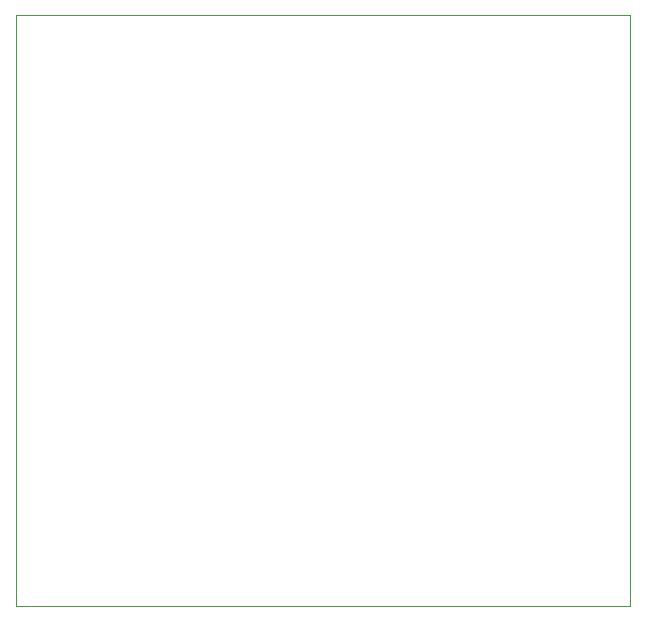
<source format=gm1>
G04 #@! TF.GenerationSoftware,KiCad,Pcbnew,7.0.5*
G04 #@! TF.CreationDate,2023-07-14T01:04:22-04:00*
G04 #@! TF.ProjectId,Tadpole,54616470-6f6c-4652-9e6b-696361645f70,rev?*
G04 #@! TF.SameCoordinates,Original*
G04 #@! TF.FileFunction,Profile,NP*
%FSLAX46Y46*%
G04 Gerber Fmt 4.6, Leading zero omitted, Abs format (unit mm)*
G04 Created by KiCad (PCBNEW 7.0.5) date 2023-07-14 01:04:22*
%MOMM*%
%LPD*%
G01*
G04 APERTURE LIST*
G04 #@! TA.AperFunction,Profile*
%ADD10C,0.100000*%
G04 #@! TD*
G04 APERTURE END LIST*
D10*
X112014000Y-71462800D02*
X164014000Y-71462800D01*
X164014000Y-121462800D01*
X112014000Y-121462800D01*
X112014000Y-71462800D01*
M02*

</source>
